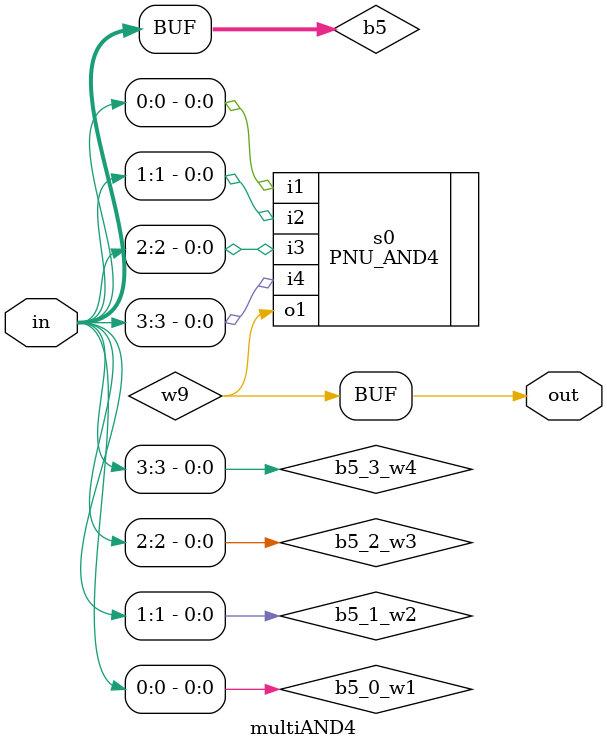
<source format=v>
module multiAND4(in,out);

input [3:0] in;
output out;

wire [3:0] b5;
wire  w9;
wire  b5_0_w1;
wire  b5_1_w2;
wire  b5_2_w3;
wire  b5_3_w4;

assign b5 = in;
assign out = w9;

assign b5_0_w1 = {b5[0]};
assign b5_1_w2 = {b5[1]};
assign b5_2_w3 = {b5[2]};
assign b5_3_w4 = {b5[3]};

PNU_AND4
     s0 (
      .i1(b5_0_w1),
      .i2(b5_1_w2),
      .i3(b5_2_w3),
      .i4(b5_3_w4),
      .o1(w9));

endmodule


</source>
